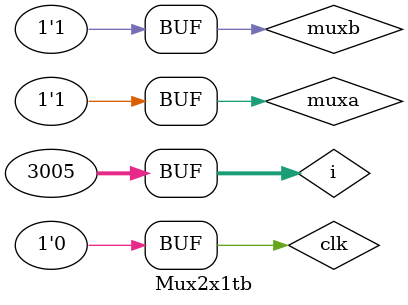
<source format=v>
`timescale 1us/1ps
module  Mux2x1tb ();
    reg muxa, muxb;
    reg clk;
    integer i;
    Mux2x1 DUT(.a(muxa), .b(muxb), .Sel(clk));

    initial begin
        $dumpfile("Tests/Encoder/Mux2x1_Tb.vcd");
        $dumpvars;

        clk = 1;
        for(i = 0; i < 3005; i++) begin
            #5000 clk <= ~clk;
        end

        #10;
    end


    always @(muxa or muxb) 
        begin
            $display("a = %d || b = %d || Sel = %d ", muxa, muxb,clk);
        
    end


    initial begin
        muxa = 0;
        muxb = 0;

        #1000 muxa = 0;
        #1000 muxb = 0;

        #1000 muxa = 0;
        #1000 muxb = 1;

        #1000 muxa = 1;
        #1000 muxb = 0;

        #1000 muxa = 1;
        #1000 muxb = 1;

        #100;
        
    end

endmodule
</source>
